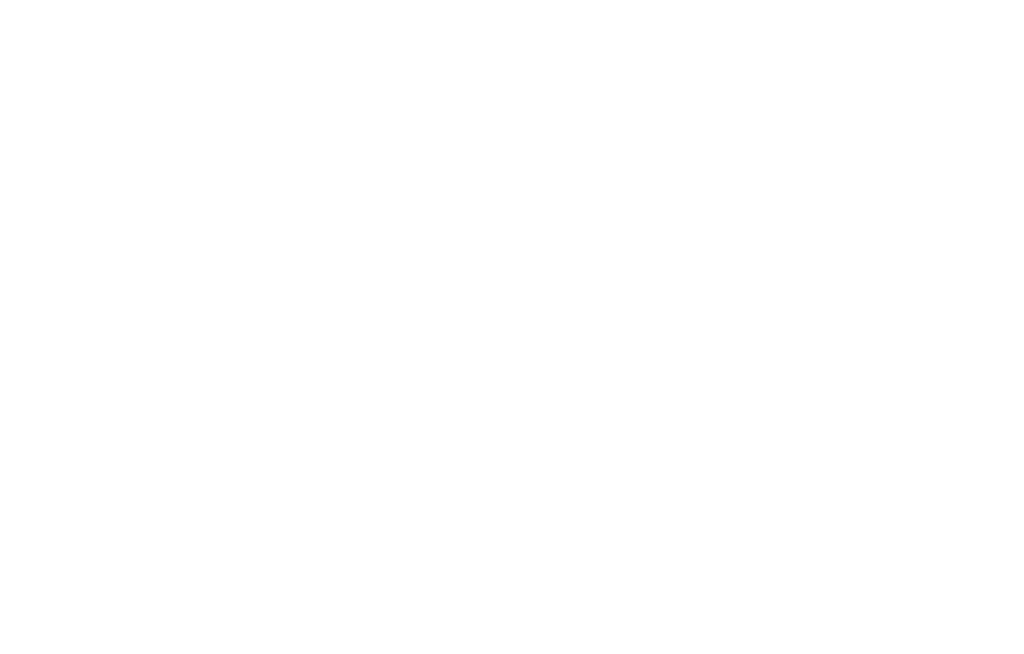
<source format=kicad_pcb>
(kicad_pcb (version 20171130) (host pcbnew "(5.0.1)-4")

  (general
    (thickness 1.6)
    (drawings 119)
    (tracks 0)
    (zones 0)
    (modules 0)
    (nets 1)
  )

  (page A4)
  (layers
    (0 F.Cu signal)
    (31 B.Cu signal)
    (32 B.Adhes user)
    (33 F.Adhes user)
    (34 B.Paste user)
    (35 F.Paste user)
    (36 B.SilkS user)
    (37 F.SilkS user)
    (38 B.Mask user)
    (39 F.Mask user)
    (40 Dwgs.User user)
    (41 Cmts.User user)
    (42 Eco1.User user)
    (43 Eco2.User user)
    (44 Edge.Cuts user)
    (45 Margin user)
    (46 B.CrtYd user)
    (47 F.CrtYd user)
    (48 B.Fab user)
    (49 F.Fab user)
  )

  (setup
    (last_trace_width 0.25)
    (trace_clearance 0.2)
    (zone_clearance 0.508)
    (zone_45_only no)
    (trace_min 0.2)
    (segment_width 0.2)
    (edge_width 0.2)
    (via_size 0.8)
    (via_drill 0.4)
    (via_min_size 0.4)
    (via_min_drill 0.3)
    (uvia_size 0.3)
    (uvia_drill 0.1)
    (uvias_allowed no)
    (uvia_min_size 0.2)
    (uvia_min_drill 0.1)
    (pcb_text_width 0.3)
    (pcb_text_size 1.5 1.5)
    (mod_edge_width 0.15)
    (mod_text_size 1 1)
    (mod_text_width 0.15)
    (pad_size 1.524 1.524)
    (pad_drill 0.762)
    (pad_to_mask_clearance 0.051)
    (solder_mask_min_width 0.25)
    (aux_axis_origin 0 0)
    (visible_elements 7FFFFFFF)
    (pcbplotparams
      (layerselection 0x010fc_ffffffff)
      (usegerberextensions false)
      (usegerberattributes false)
      (usegerberadvancedattributes false)
      (creategerberjobfile false)
      (excludeedgelayer true)
      (linewidth 0.100000)
      (plotframeref false)
      (viasonmask false)
      (mode 1)
      (useauxorigin false)
      (hpglpennumber 1)
      (hpglpenspeed 20)
      (hpglpendiameter 15.000000)
      (psnegative false)
      (psa4output false)
      (plotreference true)
      (plotvalue true)
      (plotinvisibletext false)
      (padsonsilk false)
      (subtractmaskfromsilk false)
      (outputformat 1)
      (mirror false)
      (drillshape 1)
      (scaleselection 1)
      (outputdirectory ""))
  )

  (net 0 "")

  (net_class Default "This is the default net class."
    (clearance 0.2)
    (trace_width 0.25)
    (via_dia 0.8)
    (via_drill 0.4)
    (uvia_dia 0.3)
    (uvia_drill 0.1)
  )

  (gr_circle (center 175 113.35) (end 178.3 113.35) (layer Eco2.User) (width 0.2) (tstamp 5DA11964))
  (gr_circle (center 161 113.35) (end 164.3 113.35) (layer Eco2.User) (width 0.2) (tstamp 5DA11921))
  (gr_circle (center 167.95 99.4) (end 171.25 99.4) (layer Eco2.User) (width 0.2) (tstamp 5DA11881))
  (gr_circle (center 91.1 113.3) (end 94.25 113.3) (layer Eco2.User) (width 0.2) (tstamp 5D9FE3FF))
  (gr_circle (center 91.1 99.3) (end 94.25 99.3) (layer Eco2.User) (width 0.2) (tstamp 5D9FE3F0))
  (gr_circle (center 77 113.3) (end 80.15 113.3) (layer Eco2.User) (width 0.2) (tstamp 5D9FE3D0))
  (gr_circle (center 77 99.3) (end 80.15 99.3) (layer Eco2.User) (width 0.2) (tstamp 5D9FE385))
  (gr_circle (center 147 113.3) (end 150.15 113.3) (layer Eco2.User) (width 0.2) (tstamp 5D9FD640))
  (gr_circle (center 133 113.3) (end 136.15 113.3) (layer Eco2.User) (width 0.2) (tstamp 5D9FD63C))
  (gr_circle (center 119.05 113.3) (end 122.2 113.3) (layer Eco2.User) (width 0.2) (tstamp 5D9FD638))
  (gr_circle (center 105 113.3) (end 108.15 113.3) (layer Eco2.User) (width 0.2) (tstamp 5D9FD634))
  (gr_circle (center 63 113.3) (end 66.15 113.3) (layer Eco2.User) (width 0.2) (tstamp 5D9FD630))
  (gr_circle (center 49.05 113.3) (end 52.2 113.3) (layer Eco2.User) (width 0.2) (tstamp 5D9FD62C))
  (gr_circle (center 35.1 113.3) (end 38.25 113.3) (layer Eco2.User) (width 0.2) (tstamp 5D9FD628))
  (gr_circle (center 21.05 113.3) (end 24.2 113.3) (layer Eco2.User) (width 0.2) (tstamp 5D9FD624))
  (gr_circle (center 7.1 113.3) (end 10.25 113.3) (layer Eco2.User) (width 0.2))
  (gr_circle (center 147.05 97.35) (end 150.35 97.35) (layer Eco2.User) (width 0.2) (tstamp 5D9E9845))
  (gr_circle (center 133.05 97.35) (end 136.35 97.35) (layer Eco2.User) (width 0.2) (tstamp 5D9E9832))
  (gr_circle (center 119.05 97.35) (end 122.35 97.35) (layer Eco2.User) (width 0.2) (tstamp 5D9E9814))
  (gr_circle (center 105.05 97.35) (end 108.35 97.35) (layer Eco2.User) (width 0.2) (tstamp 5D9E97E2))
  (gr_circle (center 63.05 97.35) (end 66.35 97.35) (layer Eco2.User) (width 0.2) (tstamp 5D9E97C5))
  (gr_circle (center 49.1 97.35) (end 52.4 97.35) (layer Eco2.User) (width 0.2) (tstamp 5D9E94EB))
  (gr_circle (center 35.15 97.35) (end 38.45 97.35) (layer Eco2.User) (width 0.2) (tstamp 5D9E94D7))
  (gr_circle (center 21.1 97.35) (end 24.4 97.35) (layer Eco2.User) (width 0.2) (tstamp 5D9E94BF))
  (gr_circle (center 7.15 97.35) (end 10.45 97.35) (layer Eco2.User) (width 0.2))
  (gr_circle (center 167.9 73.25) (end 172.35 73.25) (layer Eco2.User) (width 0.2) (tstamp 5D9E902A))
  (gr_circle (center 144.9 78.3) (end 149.35 78.3) (layer Eco2.User) (width 0.2) (tstamp 5D9E8FF5))
  (gr_circle (center 145.05 64.3) (end 146.65 64.3) (layer Eco2.User) (width 0.2) (tstamp 5D9E8FC1))
  (gr_circle (center 153.9 64.3) (end 156.45 64.3) (layer Eco2.User) (width 0.2) (tstamp 5D9E8FAF))
  (gr_circle (center 136 64.3) (end 138.55 64.3) (layer Eco2.User) (width 0.2) (tstamp 5D9E8F59))
  (gr_circle (center 125.55 67.35) (end 127.15 67.35) (layer Eco2.User) (width 0.2) (tstamp 5D9E8E3C))
  (gr_circle (center 118.55 81.25) (end 121.1 81.25) (layer Eco2.User) (width 0.2) (tstamp 5D9E8E28))
  (gr_circle (center 109.05 81.25) (end 111.6 81.25) (layer Eco2.User) (width 0.2) (tstamp 5D9E8E24))
  (gr_circle (center 99.55 81.25) (end 102.1 81.25) (layer Eco2.User) (width 0.2) (tstamp 5D9E8E20))
  (gr_circle (center 90.05 81.25) (end 92.6 81.25) (layer Eco2.User) (width 0.2) (tstamp 5D9E8DBD))
  (gr_circle (center 118.55 67.35) (end 121.1 67.35) (layer Eco2.User) (width 0.2) (tstamp 5D9E8D98))
  (gr_circle (center 109.05 67.35) (end 111.6 67.35) (layer Eco2.User) (width 0.2) (tstamp 5D9E8D7A))
  (gr_circle (center 99.55 67.35) (end 102.1 67.35) (layer Eco2.User) (width 0.2) (tstamp 5D9E8D67))
  (gr_circle (center 90.05 67.35) (end 92.6 67.35) (layer Eco2.User) (width 0.2) (tstamp 5D9E8D0E))
  (gr_circle (center 76.05 73.35) (end 77.65 73.35) (layer Eco2.User) (width 0.2) (tstamp 5D9E8CC2))
  (gr_circle (center 76.05 64.35) (end 78.6 64.35) (layer Eco2.User) (width 0.2) (tstamp 5D9E8C8F))
  (gr_circle (center 76.000271 81.350271) (end 80.600271 81.300271) (layer Eco2.User) (width 0.2) (tstamp 5D9E8C5C))
  (gr_circle (center 35.1 78.5) (end 39.55 78.5) (layer Eco2.User) (width 0.2) (tstamp 5D9E8BB0))
  (gr_circle (center 58.05 73.4) (end 62.5 73.4) (layer Eco2.User) (width 0.2) (tstamp 5D9E8B9F))
  (gr_circle (center 12.1 73.4) (end 16.55 73.4) (layer Eco2.User) (width 0.2) (tstamp 5D9E8B51))
  (gr_circle (center 35.15 64.4) (end 36.75 64.4) (layer Eco2.User) (width 0.2) (tstamp 5D9E8AF5))
  (gr_circle (center 44.05 64.25) (end 46.6 64.25) (layer Eco2.User) (width 0.2) (tstamp 5D9E8AE2))
  (gr_circle (center 26.15 64.25) (end 28.7 64.25) (layer Eco2.User) (width 0.2) (tstamp 5D9E893B))
  (gr_circle (center 173.75 37.3) (end 176.3 37.3) (layer Eco2.User) (width 0.2) (tstamp 5D9E84AE))
  (gr_circle (center 173.75 29.4) (end 176.3 29.4) (layer Eco2.User) (width 0.2) (tstamp 5D9E849C))
  (gr_circle (center 173.75 21.35) (end 176.3 21.35) (layer Eco2.User) (width 0.2) (tstamp 5D9E848A))
  (gr_circle (center 173.75 13.4) (end 176.3 13.4) (layer Eco2.User) (width 0.2) (tstamp 5D9E8448))
  (gr_circle (center 173.85 60.25) (end 175.45 60.25) (layer Eco2.User) (width 0.2) (tstamp 5D9E840C))
  (gr_circle (center 173.8 50.3) (end 178.4 50.25) (layer Eco2.User) (width 0.2))
  (gr_circle (center 146.9 21.35) (end 150.45 21.35) (layer Eco2.User) (width 0.2) (tstamp 5D9E836B))
  (gr_circle (center 154 46.2) (end 157.55 46.2) (layer Eco2.User) (width 0.2))
  (gr_circle (center 138.9 42.35) (end 141.45 42.35) (layer Eco2.User) (width 0.2) (tstamp 5D9E82D8))
  (gr_circle (center 110.9 42.3) (end 113.45 42.3) (layer Eco2.User) (width 0.2) (tstamp 5D9E82A4))
  (gr_circle (center 125.9 46.35) (end 130.35 46.35) (layer Eco2.User) (width 0.2) (tstamp 5D9E827B))
  (gr_circle (center 97.95 46.35) (end 102.4 46.35) (layer Eco2.User) (width 0.2))
  (gr_circle (center 90.5 15.45) (end 92.1 15.45) (layer Eco2.User) (width 0.2) (tstamp 5D9E7D4E))
  (gr_circle (center 9.15 35.9) (end 10.75 35.9) (layer Eco2.User) (width 0.2) (tstamp 5D9D4C5C))
  (gr_circle (center 9.15 30.9) (end 10.75 30.9) (layer Eco2.User) (width 0.2) (tstamp 5D9D4C08))
  (gr_circle (center 5.05 24.25) (end 7.6 24.25) (layer Eco2.User) (width 0.2) (tstamp 5D9D4BDD))
  (gr_circle (center 74.05 49.35) (end 76.6 49.35) (layer Eco2.User) (width 0.2) (tstamp 5D9D4BA0))
  (gr_circle (center 64.55 49.35) (end 67.1 49.35) (layer Eco2.User) (width 0.2) (tstamp 5D9D4B9C))
  (gr_circle (center 55.05 49.35) (end 57.6 49.35) (layer Eco2.User) (width 0.2) (tstamp 5D9D4B98))
  (gr_circle (center 45.55 49.35) (end 48.1 49.35) (layer Eco2.User) (width 0.2) (tstamp 5D9D4B94))
  (gr_circle (center 36.05 49.35) (end 38.6 49.35) (layer Eco2.User) (width 0.2) (tstamp 5D9D4B90))
  (gr_circle (center 26.6 49.35) (end 29.15 49.35) (layer Eco2.User) (width 0.2) (tstamp 5D9D4B8D))
  (gr_circle (center 17.15 49.35) (end 19.7 49.35) (layer Eco2.User) (width 0.2) (tstamp 5D9D4B7A))
  (gr_circle (center 83.45 33.25) (end 86 33.25) (layer Eco2.User) (width 0.2) (tstamp 5D9D4B50))
  (gr_circle (center 83.5 27.35) (end 85.1 27.35) (layer Eco2.User) (width 0.2) (tstamp 5D9D4B4F))
  (gr_circle (center 83.5 21.4) (end 85.1 21.4) (layer Eco2.User) (width 0.2) (tstamp 5D9D4B4E))
  (gr_circle (center 74 33.25) (end 76.55 33.25) (layer Eco2.User) (width 0.2) (tstamp 5D9D4B48))
  (gr_circle (center 74.05 27.35) (end 75.65 27.35) (layer Eco2.User) (width 0.2) (tstamp 5D9D4B47))
  (gr_circle (center 74.05 21.4) (end 75.65 21.4) (layer Eco2.User) (width 0.2) (tstamp 5D9D4B46))
  (gr_circle (center 64.5 33.25) (end 67.05 33.25) (layer Eco2.User) (width 0.2) (tstamp 5D9D4B30))
  (gr_circle (center 64.55 27.35) (end 66.15 27.35) (layer Eco2.User) (width 0.2) (tstamp 5D9D4B2F))
  (gr_circle (center 64.55 21.4) (end 66.15 21.4) (layer Eco2.User) (width 0.2) (tstamp 5D9D4B2E))
  (gr_circle (center 55 33.25) (end 57.55 33.25) (layer Eco2.User) (width 0.2) (tstamp 5D9D4B28))
  (gr_circle (center 55.05 27.35) (end 56.65 27.35) (layer Eco2.User) (width 0.2) (tstamp 5D9D4B27))
  (gr_circle (center 55.05 21.4) (end 56.65 21.4) (layer Eco2.User) (width 0.2) (tstamp 5D9D4B26))
  (gr_circle (center 45.5 33.25) (end 48.05 33.25) (layer Eco2.User) (width 0.2) (tstamp 5D9D4B20))
  (gr_circle (center 45.55 27.35) (end 47.15 27.35) (layer Eco2.User) (width 0.2) (tstamp 5D9D4B1F))
  (gr_circle (center 45.55 21.4) (end 47.15 21.4) (layer Eco2.User) (width 0.2) (tstamp 5D9D4B1E))
  (gr_circle (center 36 33.25) (end 38.55 33.25) (layer Eco2.User) (width 0.2) (tstamp 5D9D4B18))
  (gr_circle (center 36.05 27.35) (end 37.65 27.35) (layer Eco2.User) (width 0.2) (tstamp 5D9D4B17))
  (gr_circle (center 36.05 21.4) (end 37.65 21.4) (layer Eco2.User) (width 0.2) (tstamp 5D9D4B16))
  (gr_circle (center 26.5 33.25) (end 29.05 33.25) (layer Eco2.User) (width 0.2) (tstamp 5D9D4B10))
  (gr_circle (center 26.55 27.35) (end 28.15 27.35) (layer Eco2.User) (width 0.2) (tstamp 5D9D4B0F))
  (gr_circle (center 26.55 21.4) (end 28.15 21.4) (layer Eco2.User) (width 0.2) (tstamp 5D9D4B0E))
  (gr_circle (center 83.45 15.35) (end 86 15.35) (layer Eco2.User) (width 0.2) (tstamp 5D9D4AEC))
  (gr_circle (center 74 15.35) (end 76.55 15.35) (layer Eco2.User) (width 0.2) (tstamp 5D9D4AC7))
  (gr_circle (center 64.5 15.35) (end 67.05 15.35) (layer Eco2.User) (width 0.2) (tstamp 5D9D4AB4))
  (gr_circle (center 55 15.35) (end 57.55 15.35) (layer Eco2.User) (width 0.2) (tstamp 5D9D4AA0))
  (gr_circle (center 45.5 15.35) (end 48.05 15.35) (layer Eco2.User) (width 0.2) (tstamp 5D9D4A98))
  (gr_circle (center 36 15.35) (end 38.55 15.35) (layer Eco2.User) (width 0.2) (tstamp 5D9D4A80))
  (gr_circle (center 26.5 15.35) (end 29.05 15.35) (layer Eco2.User) (width 0.2) (tstamp 5D9D4A6B))
  (gr_circle (center 17.1 33.25) (end 19.65 33.25) (layer Eco2.User) (width 0.2) (tstamp 5D9D4A24))
  (gr_circle (center 17.15 27.35) (end 18.75 27.35) (layer Eco2.User) (width 0.2) (tstamp 5D9D4A13))
  (gr_circle (center 17.15 21.4) (end 18.75 21.4) (layer Eco2.User) (width 0.2) (tstamp 5D9D49EA))
  (gr_circle (center 17.1 15.35) (end 19.65 15.35) (layer Eco2.User) (width 0.2))
  (gr_line (start 5.05 11.7) (end -4.8 11.7) (layer Eco2.User) (width 0.2))
  (gr_text Countersink (at -11.9 11.5) (layer Eco2.User)
    (effects (font (size 1.5 1.5) (thickness 0.3)))
  )
  (gr_circle (center 5.049546 14.45) (end 7.799546 14.5) (layer Eco2.User) (width 0.2))
  (gr_circle (center 5.05 14.45) (end 6.65 14.45) (layer Eco2.User) (width 0.2) (tstamp 5D9D48F9))
  (gr_line (start 132.3 30.85) (end 132.3 11.35) (layer Eco2.User) (width 0.2))
  (gr_line (start 95 30.85) (end 132.3 30.85) (layer Eco2.User) (width 0.2))
  (gr_line (start 95 11.35) (end 95 30.85) (layer Eco2.User) (width 0.2))
  (gr_line (start 132.3 11.35) (end 95 11.35) (layer Eco2.User) (width 0.2))
  (gr_circle (center 175.1 125.5) (end 176.7 125.5) (layer Eco2.User) (width 0.2) (tstamp 5D9D44F9))
  (gr_circle (center 175.1 3) (end 176.7 3) (layer Eco2.User) (width 0.2) (tstamp 5D9D44EE))
  (gr_circle (center 7.5 125.5) (end 9.1 125.5) (layer Eco2.User) (width 0.2) (tstamp 5D9D44C7))
  (gr_circle (center 7.5 3) (end 9.1 3) (layer Eco2.User) (width 0.2))
  (gr_line (start 0.05 128.55) (end 0.05 0.05) (layer Eco2.User) (width 0.2))
  (gr_line (start 182.5 128.5) (end 0 128.5) (layer Eco2.User) (width 0.2))
  (gr_line (start 182.5 0) (end 182.5 128.5) (layer Eco2.User) (width 0.2))
  (gr_line (start 0 0) (end 182.5 0) (layer Eco2.User) (width 0.2))

)

</source>
